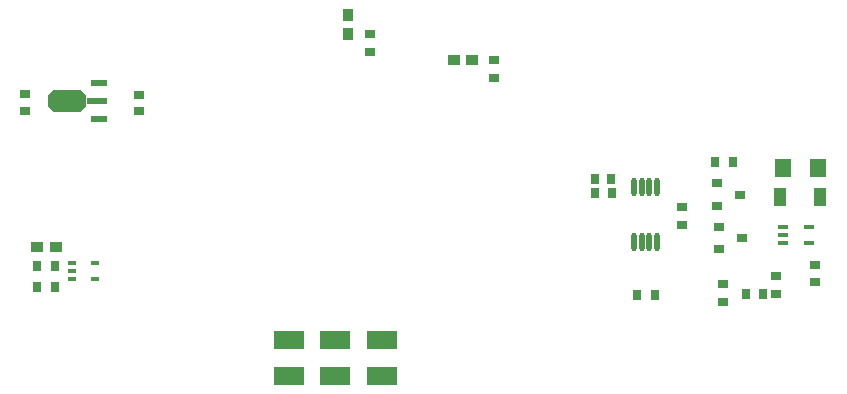
<source format=gtp>
G04*
G04 #@! TF.GenerationSoftware,Altium Limited,Altium Designer,20.1.7 (139)*
G04*
G04 Layer_Color=8421504*
%FSLAX23Y23*%
%MOIN*%
G70*
G04*
G04 #@! TF.SameCoordinates,7C998F9C-D2B3-43E1-8EDA-AE96681A2DE1*
G04*
G04*
G04 #@! TF.FilePolarity,Positive*
G04*
G01*
G75*
%ADD18R,0.033X0.014*%
%ADD19R,0.043X0.063*%
%ADD20R,0.055X0.063*%
%ADD21R,0.035X0.031*%
%ADD22R,0.035X0.028*%
%ADD23O,0.018X0.061*%
%ADD24R,0.031X0.035*%
%ADD25R,0.039X0.037*%
%ADD26R,0.028X0.035*%
%ADD27R,0.026X0.016*%
%ADD28R,0.037X0.039*%
%ADD29R,0.102X0.059*%
G04:AMPARAMS|DCode=30|XSize=75mil|YSize=126mil|CornerRadius=0mil|HoleSize=0mil|Usage=FLASHONLY|Rotation=270.000|XOffset=0mil|YOffset=0mil|HoleType=Round|Shape=Octagon|*
%AMOCTAGOND30*
4,1,8,0.063,0.019,0.063,-0.019,0.044,-0.037,-0.044,-0.037,-0.063,-0.019,-0.063,0.019,-0.044,0.037,0.044,0.037,0.063,0.019,0.0*
%
%ADD30OCTAGOND30*%

%ADD31R,0.055X0.024*%
%ADD32R,0.071X0.024*%
D18*
X2915Y552D02*
D03*
Y604D02*
D03*
X2829Y552D02*
D03*
Y578D02*
D03*
Y604D02*
D03*
D19*
X2954Y705D02*
D03*
X2820D02*
D03*
D20*
X2829Y803D02*
D03*
X2947D02*
D03*
D21*
X2694Y568D02*
D03*
X2616Y530D02*
D03*
Y605D02*
D03*
X2608Y750D02*
D03*
Y676D02*
D03*
X2686Y713D02*
D03*
X2935Y478D02*
D03*
Y422D02*
D03*
X684Y990D02*
D03*
Y1045D02*
D03*
X304Y993D02*
D03*
Y1048D02*
D03*
D22*
X2493Y671D02*
D03*
Y611D02*
D03*
X1865Y1101D02*
D03*
Y1161D02*
D03*
X2628Y416D02*
D03*
Y356D02*
D03*
X2805Y440D02*
D03*
Y380D02*
D03*
X1451Y1187D02*
D03*
Y1247D02*
D03*
D23*
X2333Y554D02*
D03*
X2359D02*
D03*
X2384D02*
D03*
X2410D02*
D03*
X2333Y737D02*
D03*
X2359D02*
D03*
X2384D02*
D03*
X2410D02*
D03*
D24*
X2203Y718D02*
D03*
X2258D02*
D03*
X2202Y766D02*
D03*
X2257D02*
D03*
X2763Y380D02*
D03*
X2707D02*
D03*
D25*
X1794Y1160D02*
D03*
X1731D02*
D03*
X344Y539D02*
D03*
X407D02*
D03*
D26*
X2603Y822D02*
D03*
X2663D02*
D03*
X2403Y377D02*
D03*
X2343D02*
D03*
X402Y474D02*
D03*
X343D02*
D03*
X342Y404D02*
D03*
X401D02*
D03*
D27*
X460Y485D02*
D03*
Y459D02*
D03*
Y433D02*
D03*
X535D02*
D03*
Y485D02*
D03*
D28*
X1380Y1310D02*
D03*
Y1247D02*
D03*
D29*
X1491Y109D02*
D03*
Y227D02*
D03*
X1336Y109D02*
D03*
Y227D02*
D03*
X1184Y109D02*
D03*
Y227D02*
D03*
D30*
X443Y1025D02*
D03*
D31*
X549Y1084D02*
D03*
Y966D02*
D03*
D32*
X541Y1025D02*
D03*
M02*

</source>
